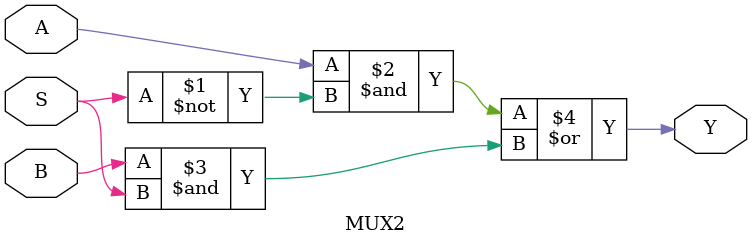
<source format=sv>
module MUX2(
    input  wire A,
    input  wire B,
    input  wire S,
    output wire Y
);

   or _or2(Y, A & ~S, B & S);

endmodule

</source>
